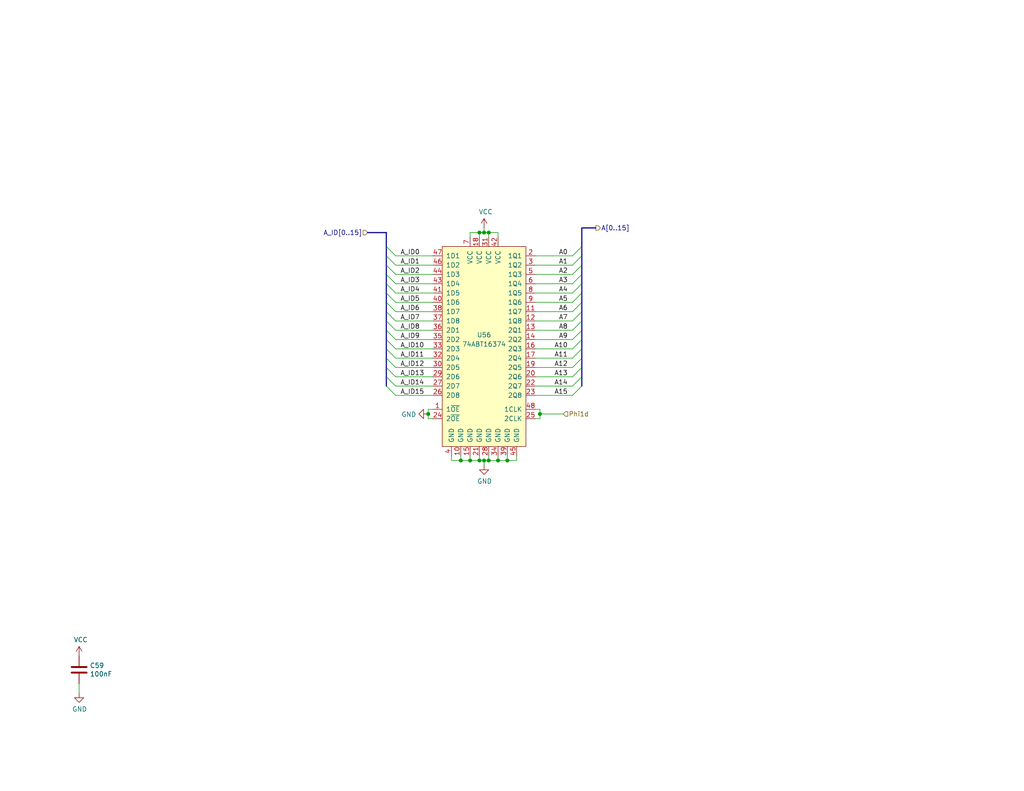
<source format=kicad_sch>
(kicad_sch (version 20230121) (generator eeschema)
  (paper "USLetter")
  (title_block (date "2022-09-25") (rev "C"))
  (lib_symbols
    (symbol "74xx (kicad5):74ABT16374" (pin_names (offset 1.016))
      (property "Reference" "U" (at 0 1.27 0))
      (property "Value" "74ABT16374" (at 0 -1.27 0))
      (symbol "74ABT16374_0_0"
        (pin input line (at -13.97 -20.32 0) (length 2.54) (name "1~{OE}") (number "1"))
        (pin power_in line (at -6.35 -33.02 90) (length 2.54) (name "GND") (number "10"))
        (pin tri_state line (at 13.97 6.35 180) (length 2.54) (name "1Q7") (number "11"))
        (pin tri_state line (at 13.97 3.81 180) (length 2.54) (name "1Q8") (number "12"))
        (pin tri_state line (at 13.97 1.27 180) (length 2.54) (name "2Q1") (number "13"))
        (pin tri_state line (at 13.97 -1.27 180) (length 2.54) (name "2Q2") (number "14"))
        (pin power_in line (at -3.81 -33.02 90) (length 2.54) (name "GND") (number "15"))
        (pin tri_state line (at 13.97 -3.81 180) (length 2.54) (name "2Q3") (number "16"))
        (pin tri_state line (at 13.97 -6.35 180) (length 2.54) (name "2Q4") (number "17"))
        (pin power_in line (at -1.27 26.67 270) (length 2.54) (name "VCC") (number "18"))
        (pin tri_state line (at 13.97 -8.89 180) (length 2.54) (name "2Q5") (number "19"))
        (pin tri_state line (at 13.97 21.59 180) (length 2.54) (name "1Q1") (number "2"))
        (pin tri_state line (at 13.97 -11.43 180) (length 2.54) (name "2Q6") (number "20"))
        (pin power_in line (at -1.27 -33.02 90) (length 2.54) (name "GND") (number "21"))
        (pin tri_state line (at 13.97 -13.97 180) (length 2.54) (name "2Q7") (number "22"))
        (pin tri_state line (at 13.97 -16.51 180) (length 2.54) (name "2Q8") (number "23"))
        (pin input line (at -13.97 -22.86 0) (length 2.54) (name "2~{OE}") (number "24"))
        (pin input line (at 13.97 -22.86 180) (length 2.54) (name "2CLK") (number "25"))
        (pin input line (at -13.97 -16.51 0) (length 2.54) (name "2D8") (number "26"))
        (pin input line (at -13.97 -13.97 0) (length 2.54) (name "2D7") (number "27"))
        (pin power_in line (at 1.27 -33.02 90) (length 2.54) (name "GND") (number "28"))
        (pin input line (at -13.97 -11.43 0) (length 2.54) (name "2D6") (number "29"))
        (pin tri_state line (at 13.97 19.05 180) (length 2.54) (name "1Q2") (number "3"))
        (pin input line (at -13.97 -8.89 0) (length 2.54) (name "2D5") (number "30"))
        (pin power_in line (at 1.27 26.67 270) (length 2.54) (name "VCC") (number "31"))
        (pin input line (at -13.97 -6.35 0) (length 2.54) (name "2D4") (number "32"))
        (pin input line (at -13.97 -3.81 0) (length 2.54) (name "2D3") (number "33"))
        (pin power_in line (at 3.81 -33.02 90) (length 2.54) (name "GND") (number "34"))
        (pin input line (at -13.97 -1.27 0) (length 2.54) (name "2D2") (number "35"))
        (pin input line (at -13.97 1.27 0) (length 2.54) (name "2D1") (number "36"))
        (pin input line (at -13.97 3.81 0) (length 2.54) (name "1D8") (number "37"))
        (pin input line (at -13.97 6.35 0) (length 2.54) (name "1D7") (number "38"))
        (pin power_in line (at 6.35 -33.02 90) (length 2.54) (name "GND") (number "39"))
        (pin power_in line (at -8.89 -33.02 90) (length 2.54) (name "GND") (number "4"))
        (pin input line (at -13.97 8.89 0) (length 2.54) (name "1D6") (number "40"))
        (pin input line (at -13.97 11.43 0) (length 2.54) (name "1D5") (number "41"))
        (pin power_in line (at 3.81 26.67 270) (length 2.54) (name "VCC") (number "42"))
        (pin input line (at -13.97 13.97 0) (length 2.54) (name "1D4") (number "43"))
        (pin input line (at -13.97 16.51 0) (length 2.54) (name "1D3") (number "44"))
        (pin power_in line (at 8.89 -33.02 90) (length 2.54) (name "GND") (number "45"))
        (pin input line (at -13.97 19.05 0) (length 2.54) (name "1D2") (number "46"))
        (pin input line (at -13.97 21.59 0) (length 2.54) (name "1D1") (number "47"))
        (pin input line (at 13.97 -20.32 180) (length 2.54) (name "1CLK") (number "48"))
        (pin tri_state line (at 13.97 16.51 180) (length 2.54) (name "1Q3") (number "5"))
        (pin tri_state line (at 13.97 13.97 180) (length 2.54) (name "1Q4") (number "6"))
        (pin power_in line (at -3.81 26.67 270) (length 2.54) (name "VCC") (number "7"))
        (pin tri_state line (at 13.97 11.43 180) (length 2.54) (name "1Q5") (number "8"))
        (pin tri_state line (at 13.97 8.89 180) (length 2.54) (name "1Q6") (number "9"))
      )
      (symbol "74ABT16374_0_1"
        (rectangle (start -11.43 24.13) (end 11.43 -30.48) (fill (type background)))
      )
    )
    (symbol "Device:C" (pin_numbers hide) (pin_names (offset 0.254))
      (property "Reference" "C" (at 0.635 2.54 0))
      (property "Value" "C" (at 0.635 -2.54 0))
      (symbol "C_0_1"
        (polyline (pts (xy -2.032 -0.762) (xy 2.032 -0.762)) (stroke (width 0.508)))
        (polyline (pts (xy -2.032 0.762) (xy 2.032 0.762)) (stroke (width 0.508)))
      )
      (symbol "C_1_1"
        (pin passive line (at 0 3.81 270) (length 2.794) (name "~") (number "1"))
        (pin passive line (at 0 -3.81 90) (length 2.794) (name "~") (number "2"))
      )
    )
    (symbol "power:GND" (power) (pin_names (offset 0))
      (property "Value" "GND" (at 0 -3.81 0))
      (symbol "GND_0_1"
        (polyline (pts (xy 0 0) (xy 0 -1.27) (xy 1.27 -1.27) (xy 0 -2.54) (xy -1.27 -1.27) (xy 0 -1.27)))
      )
      (symbol "GND_1_1"
        (pin power_in line (at 0 0 270) (length 0) hide (name "GND") (number "1"))
      )
    )
    (symbol "power:VCC" (power) (pin_names (offset 0))
      (property "Value" "VCC" (at 0 3.81 0))
      (symbol "VCC_0_1"
        (polyline (pts (xy -0.762 1.27) (xy 0 2.54)))
        (polyline (pts (xy 0 0) (xy 0 2.54)))
        (polyline (pts (xy 0 2.54) (xy 0.762 1.27)))
      )
      (symbol "VCC_1_1"
        (pin power_in line (at 0 0 90) (length 0) hide (name "VCC") (number "1"))
      )
    )
  )
  (junction (at 133.35 125.73))
  (junction (at 132.08 63.5))
  (junction (at 128.27 125.73))
  (junction (at 132.08 125.73))
  (junction (at 133.35 63.5))
  (junction (at 138.43 125.73))
  (junction (at 135.89 125.73))
  (junction (at 125.73 125.73))
  (junction (at 147.32 113.03))
  (junction (at 130.81 125.73))
  (junction (at 130.81 63.5))
  (junction (at 116.84 113.03))
  (bus_entry (at 105.41 90.17) (size 2.54 2.54))
  (bus_entry (at 105.41 80.01) (size 2.54 2.54))
  (bus_entry (at 105.41 95.25) (size 2.54 2.54))
  (bus_entry (at 105.41 105.41) (size 2.54 2.54))
  (bus_entry (at 105.41 100.33) (size 2.54 2.54))
  (bus_entry (at 105.41 82.55) (size 2.54 2.54))
  (bus_entry (at 158.75 67.31) (size -2.54 2.54))
  (bus_entry (at 158.75 102.87) (size -2.54 2.54))
  (bus_entry (at 105.41 97.79) (size 2.54 2.54))
  (bus_entry (at 105.41 74.93) (size 2.54 2.54))
  (bus_entry (at 158.75 97.79) (size -2.54 2.54))
  (bus_entry (at 158.75 80.01) (size -2.54 2.54))
  (bus_entry (at 105.41 67.31) (size 2.54 2.54))
  (bus_entry (at 158.75 77.47) (size -2.54 2.54))
  (bus_entry (at 158.75 72.39) (size -2.54 2.54))
  (bus_entry (at 158.75 74.93) (size -2.54 2.54))
  (bus_entry (at 105.41 102.87) (size 2.54 2.54))
  (bus_entry (at 158.75 95.25) (size -2.54 2.54))
  (bus_entry (at 105.41 92.71) (size 2.54 2.54))
  (bus_entry (at 158.75 105.41) (size -2.54 2.54))
  (bus_entry (at 158.75 92.71) (size -2.54 2.54))
  (bus_entry (at 158.75 87.63) (size -2.54 2.54))
  (bus_entry (at 105.41 77.47) (size 2.54 2.54))
  (bus_entry (at 105.41 69.85) (size 2.54 2.54))
  (bus_entry (at 158.75 90.17) (size -2.54 2.54))
  (bus_entry (at 105.41 87.63) (size 2.54 2.54))
  (bus_entry (at 158.75 100.33) (size -2.54 2.54))
  (bus_entry (at 105.41 72.39) (size 2.54 2.54))
  (bus_entry (at 105.41 85.09) (size 2.54 2.54))
  (bus_entry (at 158.75 69.85) (size -2.54 2.54))
  (bus_entry (at 158.75 85.09) (size -2.54 2.54))
  (bus_entry (at 158.75 82.55) (size -2.54 2.54))
  (bus (pts (xy 158.75 74.93) (xy 158.75 77.47)))
  (bus (pts (xy 158.75 80.01) (xy 158.75 82.55)))
  (wire (pts (xy 156.21 97.79) (xy 146.05 97.79)))
  (bus (pts (xy 105.41 72.39) (xy 105.41 74.93)))
  (wire (pts (xy 133.35 63.5) (xy 135.89 63.5)))
  (wire (pts (xy 156.21 82.55) (xy 146.05 82.55)))
  (wire (pts (xy 116.84 111.76) (xy 116.84 113.03)))
  (wire (pts (xy 107.95 97.79) (xy 118.11 97.79)))
  (wire (pts (xy 156.21 80.01) (xy 146.05 80.01)))
  (bus (pts (xy 105.41 102.87) (xy 105.41 105.41)))
  (wire (pts (xy 133.35 125.73) (xy 135.89 125.73)))
  (wire (pts (xy 156.21 74.93) (xy 146.05 74.93)))
  (wire (pts (xy 146.05 111.76) (xy 147.32 111.76)))
  (bus (pts (xy 105.41 77.47) (xy 105.41 80.01)))
  (bus (pts (xy 105.41 85.09) (xy 105.41 87.63)))
  (wire (pts (xy 156.21 105.41) (xy 146.05 105.41)))
  (wire (pts (xy 123.19 124.46) (xy 123.19 125.73)))
  (wire (pts (xy 107.95 92.71) (xy 118.11 92.71)))
  (wire (pts (xy 130.81 124.46) (xy 130.81 125.73)))
  (wire (pts (xy 138.43 124.46) (xy 138.43 125.73)))
  (wire (pts (xy 118.11 111.76) (xy 116.84 111.76)))
  (wire (pts (xy 116.84 113.03) (xy 116.84 114.3)))
  (bus (pts (xy 158.75 72.39) (xy 158.75 74.93)))
  (wire (pts (xy 156.21 72.39) (xy 146.05 72.39)))
  (bus (pts (xy 158.75 69.85) (xy 158.75 72.39)))
  (wire (pts (xy 128.27 124.46) (xy 128.27 125.73)))
  (bus (pts (xy 105.41 82.55) (xy 105.41 85.09)))
  (bus (pts (xy 158.75 87.63) (xy 158.75 90.17)))
  (wire (pts (xy 107.95 87.63) (xy 118.11 87.63)))
  (wire (pts (xy 147.32 111.76) (xy 147.32 113.03)))
  (bus (pts (xy 105.41 92.71) (xy 105.41 95.25)))
  (wire (pts (xy 107.95 69.85) (xy 118.11 69.85)))
  (wire (pts (xy 107.95 90.17) (xy 118.11 90.17)))
  (bus (pts (xy 162.56 62.23) (xy 158.75 62.23)))
  (bus (pts (xy 158.75 92.71) (xy 158.75 95.25)))
  (wire (pts (xy 107.95 95.25) (xy 118.11 95.25)))
  (wire (pts (xy 147.32 114.3) (xy 146.05 114.3)))
  (wire (pts (xy 138.43 125.73) (xy 140.97 125.73)))
  (bus (pts (xy 105.41 90.17) (xy 105.41 92.71)))
  (wire (pts (xy 107.95 80.01) (xy 118.11 80.01)))
  (wire (pts (xy 156.21 69.85) (xy 146.05 69.85)))
  (bus (pts (xy 105.41 80.01) (xy 105.41 82.55)))
  (wire (pts (xy 156.21 90.17) (xy 146.05 90.17)))
  (wire (pts (xy 132.08 125.73) (xy 132.08 127)))
  (bus (pts (xy 105.41 67.31) (xy 105.41 69.85)))
  (wire (pts (xy 128.27 63.5) (xy 130.81 63.5)))
  (bus (pts (xy 158.75 90.17) (xy 158.75 92.71)))
  (bus (pts (xy 158.75 67.31) (xy 158.75 69.85)))
  (wire (pts (xy 156.21 92.71) (xy 146.05 92.71)))
  (bus (pts (xy 158.75 100.33) (xy 158.75 102.87)))
  (bus (pts (xy 158.75 95.25) (xy 158.75 97.79)))
  (wire (pts (xy 107.95 100.33) (xy 118.11 100.33)))
  (wire (pts (xy 135.89 124.46) (xy 135.89 125.73)))
  (wire (pts (xy 132.08 125.73) (xy 133.35 125.73)))
  (wire (pts (xy 156.21 95.25) (xy 146.05 95.25)))
  (wire (pts (xy 135.89 125.73) (xy 138.43 125.73)))
  (wire (pts (xy 156.21 77.47) (xy 146.05 77.47)))
  (wire (pts (xy 107.95 105.41) (xy 118.11 105.41)))
  (wire (pts (xy 125.73 124.46) (xy 125.73 125.73)))
  (wire (pts (xy 147.32 113.03) (xy 153.67 113.03)))
  (wire (pts (xy 140.97 125.73) (xy 140.97 124.46)))
  (wire (pts (xy 116.84 114.3) (xy 118.11 114.3)))
  (wire (pts (xy 133.35 64.77) (xy 133.35 63.5)))
  (wire (pts (xy 156.21 102.87) (xy 146.05 102.87)))
  (bus (pts (xy 158.75 82.55) (xy 158.75 85.09)))
  (wire (pts (xy 156.21 85.09) (xy 146.05 85.09)))
  (wire (pts (xy 130.81 63.5) (xy 132.08 63.5)))
  (bus (pts (xy 158.75 77.47) (xy 158.75 80.01)))
  (bus (pts (xy 158.75 97.79) (xy 158.75 100.33)))
  (wire (pts (xy 107.95 77.47) (xy 118.11 77.47)))
  (wire (pts (xy 123.19 125.73) (xy 125.73 125.73)))
  (wire (pts (xy 133.35 124.46) (xy 133.35 125.73)))
  (bus (pts (xy 105.41 97.79) (xy 105.41 100.33)))
  (bus (pts (xy 105.41 100.33) (xy 105.41 102.87)))
  (wire (pts (xy 107.95 107.95) (xy 118.11 107.95)))
  (wire (pts (xy 156.21 107.95) (xy 146.05 107.95)))
  (wire (pts (xy 107.95 102.87) (xy 118.11 102.87)))
  (bus (pts (xy 105.41 87.63) (xy 105.41 90.17)))
  (wire (pts (xy 156.21 87.63) (xy 146.05 87.63)))
  (bus (pts (xy 158.75 62.23) (xy 158.75 67.31)))
  (wire (pts (xy 107.95 82.55) (xy 118.11 82.55)))
  (wire (pts (xy 147.32 113.03) (xy 147.32 114.3)))
  (bus (pts (xy 158.75 102.87) (xy 158.75 105.41)))
  (wire (pts (xy 156.21 100.33) (xy 146.05 100.33)))
  (wire (pts (xy 21.59 189.23) (xy 21.59 186.69)))
  (bus (pts (xy 105.41 63.5) (xy 105.41 67.31)))
  (wire (pts (xy 132.08 63.5) (xy 133.35 63.5)))
  (bus (pts (xy 105.41 95.25) (xy 105.41 97.79)))
  (wire (pts (xy 107.95 74.93) (xy 118.11 74.93)))
  (wire (pts (xy 130.81 64.77) (xy 130.81 63.5)))
  (wire (pts (xy 128.27 64.77) (xy 128.27 63.5)))
  (wire (pts (xy 107.95 85.09) (xy 118.11 85.09)))
  (bus (pts (xy 105.41 69.85) (xy 105.41 72.39)))
  (bus (pts (xy 105.41 74.93) (xy 105.41 77.47)))
  (wire (pts (xy 125.73 125.73) (xy 128.27 125.73)))
  (wire (pts (xy 107.95 72.39) (xy 118.11 72.39)))
  (wire (pts (xy 135.89 63.5) (xy 135.89 64.77)))
  (wire (pts (xy 130.81 125.73) (xy 132.08 125.73)))
  (wire (pts (xy 128.27 125.73) (xy 130.81 125.73)))
  (bus (pts (xy 158.75 85.09) (xy 158.75 87.63)))
  (bus (pts (xy 100.33 63.5) (xy 105.41 63.5)))
  (wire (pts (xy 132.08 62.23) (xy 132.08 63.5)))
  (label "A_ID8" (at 109.22 90.17 0))
  (label "A_ID12" (at 109.22 100.33 0))
  (label "A10" (at 154.94 95.25 180))
  (label "A_ID14" (at 109.22 105.41 0))
  (label "A8" (at 154.94 90.17 180))
  (label "A_ID11" (at 109.22 97.79 0))
  (label "A_ID9" (at 109.22 92.71 0))
  (label "A9" (at 154.94 92.71 180))
  (label "A3" (at 154.94 77.47 180))
  (label "A_ID1" (at 109.22 72.39 0))
  (label "A_ID15" (at 109.22 107.95 0))
  (label "A0" (at 154.94 69.85 180))
  (label "A_ID4" (at 109.22 80.01 0))
  (label "A13" (at 154.94 102.87 180))
  (label "A_ID0" (at 109.22 69.85 0))
  (label "A6" (at 154.94 85.09 180))
  (label "A12" (at 154.94 100.33 180))
  (label "A7" (at 154.94 87.63 180))
  (label "A_ID13" (at 109.22 102.87 0))
  (label "A11" (at 154.94 97.79 180))
  (label "A15" (at 154.94 107.95 180))
  (label "A_ID7" (at 109.22 87.63 0))
  (label "A_ID2" (at 109.22 74.93 0))
  (label "A14" (at 154.94 105.41 180))
  (label "A1" (at 154.94 72.39 180))
  (label "A5" (at 154.94 82.55 180))
  (label "A4" (at 154.94 80.01 180))
  (label "A_ID5" (at 109.22 82.55 0))
  (label "A_ID10" (at 109.22 95.25 0))
  (label "A2" (at 154.94 74.93 180))
  (label "A_ID6" (at 109.22 85.09 0))
  (label "A_ID3" (at 109.22 77.47 0))
  (hierarchical_label "A_ID[0..15]" (shape input) (at 100.33 63.5 180))
  (hierarchical_label "A[0..15]" (shape output) (at 162.56 62.23 0))
  (hierarchical_label "Phi1d" (shape input) (at 153.67 113.03 0))
  (symbol (lib_id "Device:C") (at 21.59 182.88 0) (unit 1)
    (property "Reference" "C59" (at 24.511 181.7116 0) (effects (justify left)))
    (property "Value" "100nF" (at 24.511 184.023 0) (effects (justify left)))
    (property "Footprint" "Capacitor_SMD:C_0603_1608Metric_Pad1.08x0.95mm_HandSolder" (effects hide))
    (property "Mouser" "https://www.mouser.com/ProductDetail/963-EMK107B7104KAHT" (effects hide))
  )
  (symbol (lib_id "power:VCC") (at 21.59 179.07 0) (unit 1)
    (property "Reference" "#PWR0304" (effects hide))
    (property "Value" "VCC" (at 22.0218 174.6758 0))
  )
  (symbol (lib_id "power:GND") (at 21.59 189.23 0) (unit 1)
    (property "Reference" "#PWR0305" (effects hide))
    (property "Value" "GND" (at 21.717 193.6242 0))
  )
  (symbol (lib_id "power:GND") (at 116.84 113.03 270) (unit 1)
    (property "Reference" "#PWR0306" (effects hide))
    (property "Value" "GND" (at 113.5888 113.157 90) (effects (justify right)))
  )
  (symbol (lib_id "power:VCC") (at 132.08 62.23 0) (unit 1)
    (property "Reference" "#PWR0307" (effects hide))
    (property "Value" "VCC" (at 132.5118 57.8358 0))
  )
  (symbol (lib_id "power:GND") (at 132.08 127 0) (unit 1)
    (property "Reference" "#PWR0308" (effects hide))
    (property "Value" "GND" (at 132.207 131.3942 0))
  )
  (symbol (lib_id "74xx (kicad5):74ABT16374") (at 132.08 91.44 0) (unit 1)
    (property "Reference" "U56" (at 132.08 91.44 0))
    (property "Value" "74ABT16374" (at 132.08 93.98 0))
    (property "Footprint" "Package_SO:TSSOP-48_6.1x12.5mm_P0.5mm" (effects hide))
    (property "Datasheet" "https://www.ti.com/lit/ds/symlink/sn74abt16374a.pdf?HQS=dis-mous-null-mousermode-dsf-pf-null-wwe&ts=1617318801237" (effects hide))
    (property "Mouser" "https://www.mouser.com/ProductDetail/Texas-Instruments/SN74ABT16374ADGGR?qs=%2Fha2pyFadui8Wf%2F61v2joCyY9bOa3peBR5btn0VUHs8%3D" (effects hide))
  )
)
</source>
